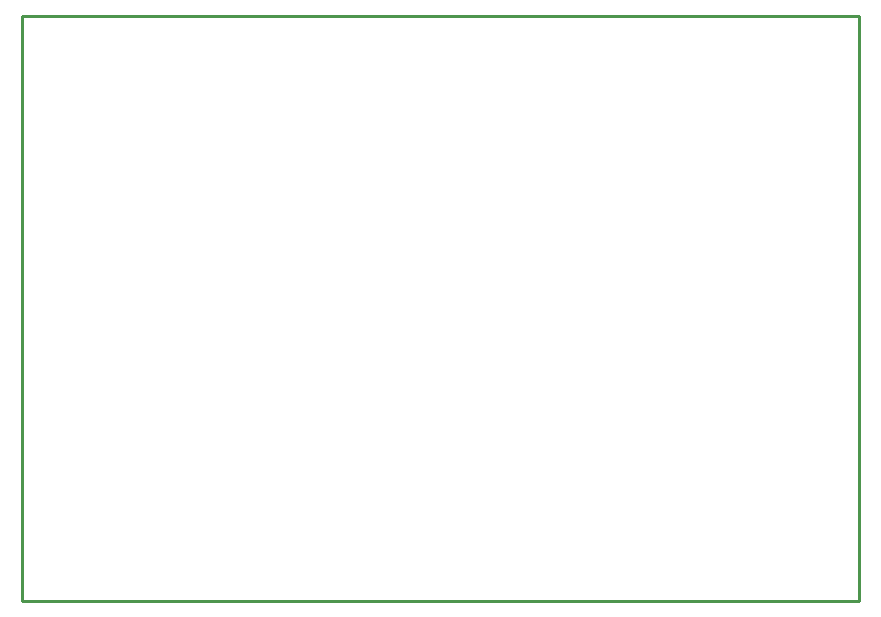
<source format=gko>
G04 Layer: BoardOutline*
G04 EasyEDA v6.1.51, Wed, 19 Jun 2019 18:44:14 GMT*
G04 e07e6d747a584c628bb32b84df99dd00,dd6e2cb4672846f4b5eb8f4429f9b141,10*
G04 Gerber Generator version 0.2*
G04 Scale: 100 percent, Rotated: No, Reflected: No *
G04 Dimensions in inches *
G04 leading zeros omitted , absolute positions ,2 integer and 4 decimal *
%FSLAX24Y24*%
%MOIN*%
G90*
G70D02*

%ADD10C,0.010000*%
G54D10*
G01X0Y19500D02*
G01X27875Y19500D01*
G01X27875Y0D01*
G01X0Y0D01*
G01X0Y19500D01*

%LPD*%
M00*
M02*

</source>
